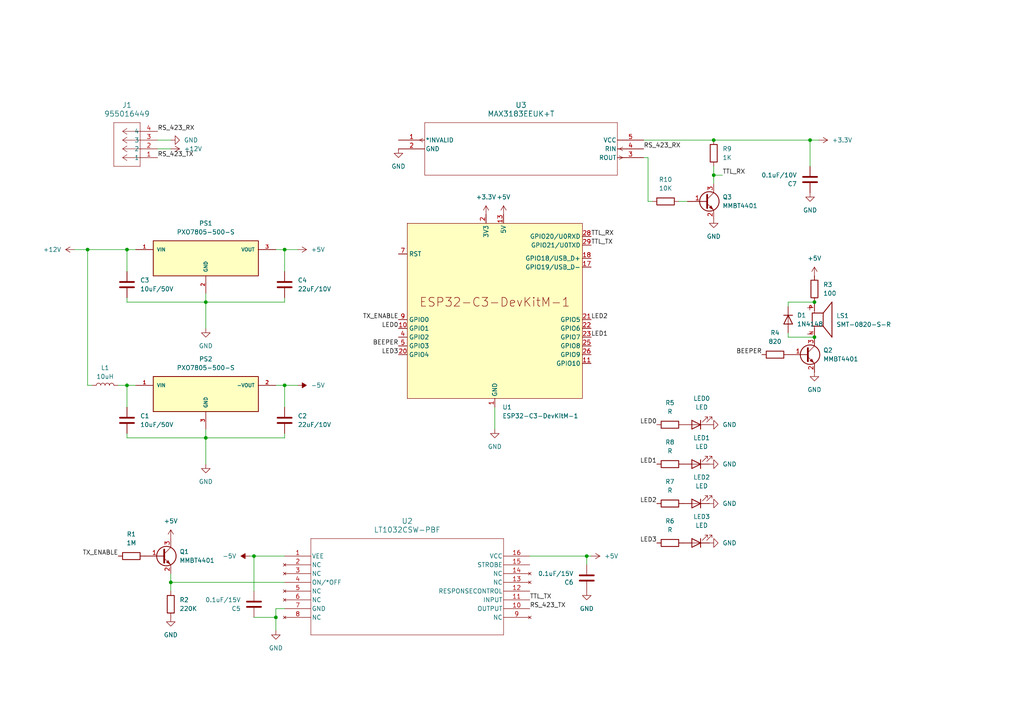
<source format=kicad_sch>
(kicad_sch (version 20231120) (generator "eeschema") (generator_version "8.0")
  (paper "A4")
  (lib_symbols
    (symbol "2024-03-18_02-57-04:LT1032CSW-PBF" (pin_names (offset 0.254))
      (property "Reference" "U2" (at 35.56 10.16 0))
      (property "Value" "LT1032CSW-PBF" (at 35.56 7.62 0))
      (symbol "LT1032CSW-PBF_0_1"
        (polyline (pts (xy 7.62 -22.86) (xy 63.5 -22.86)) (stroke (width 0.127)))
        (polyline (pts (xy 7.62 5.08) (xy 7.62 -22.86)) (stroke (width 0.127)))
        (polyline (pts (xy 63.5 -22.86) (xy 63.5 5.08)) (stroke (width 0.127)))
        (polyline (pts (xy 63.5 5.08) (xy 7.62 5.08)) (stroke (width 0.127)))
        (pin power_in line (at 0 0 0) (length 7.62) (name "VEE") (number "1"))
        (pin unspecified line (at 71.12 -10.16 180) (length 7.62) (name "RESPONSECONTROL") (number "12"))
        (pin no_connect line (at 71.12 -7.62 180) (length 7.62) (name "NC") (number "13"))
        (pin no_connect line (at 71.12 -5.08 180) (length 7.62) (name "NC") (number "14"))
        (pin unspecified line (at 71.12 -2.54 180) (length 7.62) (name "STROBE") (number "15"))
        (pin power_in line (at 71.12 0 180) (length 7.62) (name "VCC") (number "16"))
        (pin no_connect line (at 0 -2.54 0) (length 7.62) (name "NC") (number "2"))
        (pin no_connect line (at 0 -5.08 0) (length 7.62) (name "NC") (number "3"))
        (pin unspecified line (at 0 -7.62 0) (length 7.62) (name "ON/*OFF") (number "4"))
        (pin no_connect line (at 0 -10.16 0) (length 7.62) (name "NC") (number "5"))
        (pin no_connect line (at 0 -12.7 0) (length 7.62) (name "NC") (number "6"))
        (pin power_in line (at 0 -15.24 0) (length 7.62) (name "GND") (number "7"))
        (pin no_connect line (at 0 -17.78 0) (length 7.62) (name "NC") (number "8"))
        (pin no_connect line (at 71.12 -17.78 180) (length 7.62) (name "NC") (number "9"))
      )
      (symbol "LT1032CSW-PBF_1_1"
        (pin output line (at 71.12 -15.24 180) (length 7.62) (name "OUTPUT") (number "10"))
        (pin input line (at 71.12 -12.7 180) (length 7.62) (name "INPUT") (number "11"))
      )
    )
    (symbol "2024-03-18_03-04-18:MAX3181EEUK+T" (pin_names (offset 0.254))
      (property "Reference" "U" (at 35.56 10.16 0))
      (property "Value" "MAX3181EEUK+T" (at 35.56 7.62 0))
      (symbol "MAX3181EEUK+T_0_1"
        (polyline (pts (xy 7.0993 -0.5207) (xy 6.0579 0)) (stroke (width 0.127)))
        (polyline (pts (xy 7.0993 0.5207) (xy 6.0579 0)) (stroke (width 0.127)))
        (polyline (pts (xy 7.62 -10.16) (xy 63.5 -10.16)) (stroke (width 0.127)))
        (polyline (pts (xy 7.62 5.08) (xy 7.62 -10.16)) (stroke (width 0.127)))
        (polyline (pts (xy 63.5 -10.16) (xy 63.5 5.08)) (stroke (width 0.127)))
        (polyline (pts (xy 63.5 5.08) (xy 7.62 5.08)) (stroke (width 0.127)))
        (polyline (pts (xy 64.0207 -5.6007) (xy 65.0621 -5.08)) (stroke (width 0.127)))
        (polyline (pts (xy 64.0207 -4.5593) (xy 65.0621 -5.08)) (stroke (width 0.127)))
        (polyline (pts (xy 64.0207 -2.54) (xy 65.0621 -3.0607)) (stroke (width 0.127)))
        (polyline (pts (xy 64.0207 -2.54) (xy 65.0621 -2.0193)) (stroke (width 0.127)))
        (pin output line (at 0 0 0) (length 7.62) (name "*INVALID") (number "1"))
        (pin power_in line (at 0 -2.54 0) (length 7.62) (name "GND") (number "2"))
        (pin output line (at 71.12 -5.08 180) (length 7.62) (name "ROUT") (number "3"))
        (pin input line (at 71.12 -2.54 180) (length 7.62) (name "RIN") (number "4"))
        (pin power_in line (at 71.12 0 180) (length 7.62) (name "VCC") (number "5"))
      )
    )
    (symbol "2024-03-18_03-29-23:955016449" (pin_names (offset 0.254))
      (property "Reference" "J" (at 8.89 6.35 0))
      (property "Value" "955016449" (at 0 0 0))
      (symbol "955016449_1_1"
        (polyline (pts (xy 5.08 -10.16) (xy 12.7 -10.16)) (stroke (width 0.127)))
        (polyline (pts (xy 5.08 2.54) (xy 5.08 -10.16)) (stroke (width 0.127)))
        (polyline (pts (xy 10.16 -7.62) (xy 5.08 -7.62)) (stroke (width 0.127)))
        (polyline (pts (xy 10.16 -7.62) (xy 8.89 -8.4667)) (stroke (width 0.127)))
        (polyline (pts (xy 10.16 -7.62) (xy 8.89 -6.7733)) (stroke (width 0.127)))
        (polyline (pts (xy 10.16 -5.08) (xy 5.08 -5.08)) (stroke (width 0.127)))
        (polyline (pts (xy 10.16 -5.08) (xy 8.89 -5.9267)) (stroke (width 0.127)))
        (polyline (pts (xy 10.16 -5.08) (xy 8.89 -4.2333)) (stroke (width 0.127)))
        (polyline (pts (xy 10.16 -2.54) (xy 5.08 -2.54)) (stroke (width 0.127)))
        (polyline (pts (xy 10.16 -2.54) (xy 8.89 -3.3867)) (stroke (width 0.127)))
        (polyline (pts (xy 10.16 -2.54) (xy 8.89 -1.6933)) (stroke (width 0.127)))
        (polyline (pts (xy 10.16 0) (xy 5.08 0)) (stroke (width 0.127)))
        (polyline (pts (xy 10.16 0) (xy 8.89 -0.8467)) (stroke (width 0.127)))
        (polyline (pts (xy 10.16 0) (xy 8.89 0.8467)) (stroke (width 0.127)))
        (polyline (pts (xy 12.7 -10.16) (xy 12.7 2.54)) (stroke (width 0.127)))
        (polyline (pts (xy 12.7 2.54) (xy 5.08 2.54)) (stroke (width 0.127)))
        (pin unspecified line (at 0 0 0) (length 5.08) (name "1") (number "1"))
        (pin unspecified line (at 0 -2.54 0) (length 5.08) (name "2") (number "2"))
        (pin unspecified line (at 0 -5.08 0) (length 5.08) (name "3") (number "3"))
        (pin unspecified line (at 0 -7.62 0) (length 5.08) (name "4") (number "4"))
      )
      (symbol "955016449_1_2"
        (polyline (pts (xy 5.08 -10.16) (xy 12.7 -10.16)) (stroke (width 0.127)))
        (polyline (pts (xy 5.08 2.54) (xy 5.08 -10.16)) (stroke (width 0.127)))
        (polyline (pts (xy 7.62 -7.62) (xy 5.08 -7.62)) (stroke (width 0.127)))
        (polyline (pts (xy 7.62 -7.62) (xy 8.89 -8.4667)) (stroke (width 0.127)))
        (polyline (pts (xy 7.62 -7.62) (xy 8.89 -6.7733)) (stroke (width 0.127)))
        (polyline (pts (xy 7.62 -5.08) (xy 5.08 -5.08)) (stroke (width 0.127)))
        (polyline (pts (xy 7.62 -5.08) (xy 8.89 -5.9267)) (stroke (width 0.127)))
        (polyline (pts (xy 7.62 -5.08) (xy 8.89 -4.2333)) (stroke (width 0.127)))
        (polyline (pts (xy 7.62 -2.54) (xy 5.08 -2.54)) (stroke (width 0.127)))
        (polyline (pts (xy 7.62 -2.54) (xy 8.89 -3.3867)) (stroke (width 0.127)))
        (polyline (pts (xy 7.62 -2.54) (xy 8.89 -1.6933)) (stroke (width 0.127)))
        (polyline (pts (xy 7.62 0) (xy 5.08 0)) (stroke (width 0.127)))
        (polyline (pts (xy 7.62 0) (xy 8.89 -0.8467)) (stroke (width 0.127)))
        (polyline (pts (xy 7.62 0) (xy 8.89 0.8467)) (stroke (width 0.127)))
        (polyline (pts (xy 12.7 -10.16) (xy 12.7 2.54)) (stroke (width 0.127)))
        (polyline (pts (xy 12.7 2.54) (xy 5.08 2.54)) (stroke (width 0.127)))
        (pin unspecified line (at 0 0 0) (length 5.08) (name "1") (number "1"))
        (pin unspecified line (at 0 -2.54 0) (length 5.08) (name "2") (number "2"))
        (pin unspecified line (at 0 -5.08 0) (length 5.08) (name "3") (number "3"))
        (pin unspecified line (at 0 -7.62 0) (length 5.08) (name "4") (number "4"))
      )
    )
    (symbol "Device:C" (pin_numbers hide) (pin_names (offset 0.254))
      (property "Reference" "C" (at 0.635 2.54 0))
      (property "Value" "C" (at 0.635 -2.54 0))
      (symbol "C_0_1"
        (polyline (pts (xy -2.032 -0.762) (xy 2.032 -0.762)) (stroke (width 0.508)))
        (polyline (pts (xy -2.032 0.762) (xy 2.032 0.762)) (stroke (width 0.508)))
      )
      (symbol "C_1_1"
        (pin passive line (at 0 3.81 270) (length 2.794) (name "~") (number "1"))
        (pin passive line (at 0 -3.81 90) (length 2.794) (name "~") (number "2"))
      )
    )
    (symbol "Device:D" (pin_numbers hide) (pin_names (offset 1.016) hide)
      (property "Reference" "D" (at 0 2.54 0))
      (property "Value" "D" (at 0 -2.54 0))
      (symbol "D_0_1"
        (polyline (pts (xy -1.27 1.27) (xy -1.27 -1.27)) (stroke (width 0.254)))
        (polyline (pts (xy 1.27 0) (xy -1.27 0)))
        (polyline (pts (xy 1.27 1.27) (xy 1.27 -1.27) (xy -1.27 0) (xy 1.27 1.27)) (stroke (width 0.254)))
      )
      (symbol "D_1_1"
        (pin passive line (at -3.81 0 0) (length 2.54) (name "K") (number "1"))
        (pin passive line (at 3.81 0 180) (length 2.54) (name "A") (number "2"))
      )
    )
    (symbol "Device:L" (pin_numbers hide) (pin_names (offset 1.016) hide)
      (property "Reference" "L" (at -1.27 0 90))
      (property "Value" "L" (at 1.905 0 90))
      (symbol "L_0_1"
        (arc (start 0 -2.54) (mid 0.6323 -1.905) (end 0 -1.27))
        (arc (start 0 -1.27) (mid 0.6323 -0.635) (end 0 0))
        (arc (start 0 0) (mid 0.6323 0.635) (end 0 1.27))
        (arc (start 0 1.27) (mid 0.6323 1.905) (end 0 2.54))
      )
      (symbol "L_1_1"
        (pin passive line (at 0 3.81 270) (length 1.27) (name "1") (number "1"))
        (pin passive line (at 0 -3.81 90) (length 1.27) (name "2") (number "2"))
      )
    )
    (symbol "Device:LED" (pin_numbers hide) (pin_names (offset 1.016) hide)
      (property "Reference" "D" (at 0 2.54 0))
      (property "Value" "LED" (at 0 -2.54 0))
      (symbol "LED_0_1"
        (polyline (pts (xy -1.27 -1.27) (xy -1.27 1.27)) (stroke (width 0.254)))
        (polyline (pts (xy -1.27 0) (xy 1.27 0)))
        (polyline (pts (xy 1.27 -1.27) (xy 1.27 1.27) (xy -1.27 0) (xy 1.27 -1.27)) (stroke (width 0.254)))
        (polyline (pts (xy -3.048 -0.762) (xy -4.572 -2.286) (xy -3.81 -2.286) (xy -4.572 -2.286) (xy -4.572 -1.524)))
        (polyline (pts (xy -1.778 -0.762) (xy -3.302 -2.286) (xy -2.54 -2.286) (xy -3.302 -2.286) (xy -3.302 -1.524)))
      )
      (symbol "LED_1_1"
        (pin passive line (at -3.81 0 0) (length 2.54) (name "K") (number "1"))
        (pin passive line (at 3.81 0 180) (length 2.54) (name "A") (number "2"))
      )
    )
    (symbol "Device:Q_NPN_BEC" (pin_names (offset 0) hide)
      (property "Reference" "Q" (at 5.08 1.27 0))
      (property "Value" "Q_NPN_BEC" (at 5.08 -1.27 0))
      (symbol "Q_NPN_BEC_0_1"
        (polyline (pts (xy 0.635 0.635) (xy 2.54 2.54)))
        (polyline (pts (xy 0.635 -0.635) (xy 2.54 -2.54) (xy 2.54 -2.54)))
        (polyline (pts (xy 0.635 1.905) (xy 0.635 -1.905) (xy 0.635 -1.905)) (stroke (width 0.508)))
        (polyline (pts (xy 1.27 -1.778) (xy 1.778 -1.27) (xy 2.286 -2.286) (xy 1.27 -1.778) (xy 1.27 -1.778)) (fill (type outline)))
        (circle (center 1.27 0) (radius 2.8194) (stroke (width 0.254)))
      )
      (symbol "Q_NPN_BEC_1_1"
        (pin input line (at -5.08 0 0) (length 5.715) (name "B") (number "1"))
        (pin passive line (at 2.54 -5.08 90) (length 2.54) (name "E") (number "2"))
        (pin passive line (at 2.54 5.08 270) (length 2.54) (name "C") (number "3"))
      )
    )
    (symbol "Device:R" (pin_numbers hide) (pin_names (offset 0))
      (property "Reference" "R" (at 2.032 0 90))
      (property "Value" "R" (at 0 0 90))
      (symbol "R_0_1"
        (rectangle (start -1.016 -2.54) (end 1.016 2.54) (stroke (width 0.254)))
      )
      (symbol "R_1_1"
        (pin passive line (at 0 3.81 270) (length 1.27) (name "~") (number "1"))
        (pin passive line (at 0 -3.81 90) (length 1.27) (name "~") (number "2"))
      )
    )
    (symbol "PCM_Espressif:ESP32-C3-DevKitM-1"
      (property "Reference" "U" (at -25.4 30.48 0))
      (property "Value" "ESP32-C3-DevKitM-1" (at -25.4 27.94 0))
      (symbol "ESP32-C3-DevKitM-1_0_1"
        (rectangle (start -25.4 25.4) (end 25.4 -25.4) (fill (type background)))
      )
      (symbol "ESP32-C3-DevKitM-1_1_0"
        (text "ESP32-C3-DevKitM-1" (at 0 2.54 0) (effects (font (size 2.54 2.54))))
      )
      (symbol "ESP32-C3-DevKitM-1_1_1"
        (pin passive line (at 0 -27.94 90) (length 2.54) (name "GND") (number "1"))
        (pin bidirectional line (at -27.94 -5.08 0) (length 2.54) (name "GPIO1") (number "10"))
        (pin bidirectional line (at 27.94 -15.24 180) (length 2.54) (name "GPIO10") (number "11"))
        (pin passive line (at 0 -27.94 90) (length 2.54) hide (name "GND") (number "12"))
        (pin power_in line (at 2.54 27.94 270) (length 2.54) (name "5V") (number "13"))
        (pin power_in line (at 2.54 27.94 270) (length 2.54) hide (name "5V") (number "14"))
        (pin passive line (at 0 -27.94 90) (length 2.54) hide (name "GND") (number "15"))
        (pin passive line (at 0 -27.94 90) (length 2.54) hide (name "GND") (number "16"))
        (pin bidirectional line (at 27.94 12.7 180) (length 2.54) (name "GPIO19/USB_D-") (number "17"))
        (pin bidirectional line (at 27.94 15.24 180) (length 2.54) (name "GPIO18/USB_D+") (number "18"))
        (pin passive line (at 0 -27.94 90) (length 2.54) hide (name "GND") (number "19"))
        (pin power_in line (at -2.54 27.94 270) (length 2.54) (name "3V3") (number "2"))
        (pin bidirectional line (at -27.94 -12.7 0) (length 2.54) (name "GPIO4") (number "20"))
        (pin bidirectional line (at 27.94 -2.54 180) (length 2.54) (name "GPIO5") (number "21"))
        (pin bidirectional line (at 27.94 -5.08 180) (length 2.54) (name "GPIO6") (number "22"))
        (pin bidirectional line (at 27.94 -7.62 180) (length 2.54) (name "GPIO7") (number "23"))
        (pin passive line (at 0 -27.94 90) (length 2.54) hide (name "GND") (number "24"))
        (pin bidirectional line (at 27.94 -10.16 180) (length 2.54) (name "GPIO8") (number "25"))
        (pin bidirectional line (at 27.94 -12.7 180) (length 2.54) (name "GPIO9") (number "26"))
        (pin passive line (at 0 -27.94 90) (length 2.54) hide (name "GND") (number "27"))
        (pin bidirectional line (at 27.94 21.59 180) (length 2.54) (name "GPIO20/U0RXD") (number "28"))
        (pin bidirectional line (at 27.94 19.05 180) (length 2.54) (name "GPIO21/U0TXD") (number "29"))
        (pin power_in line (at -2.54 27.94 270) (length 2.54) hide (name "3V3") (number "3"))
        (pin passive line (at 0 -27.94 90) (length 2.54) hide (name "GND") (number "30"))
        (pin bidirectional line (at -27.94 -7.62 0) (length 2.54) (name "GPIO2") (number "4"))
        (pin bidirectional line (at -27.94 -10.16 0) (length 2.54) (name "GPIO3") (number "5"))
        (pin passive line (at 0 -27.94 90) (length 2.54) hide (name "GND") (number "6"))
        (pin output line (at -27.94 16.51 0) (length 2.54) (name "RST") (number "7"))
        (pin passive line (at 0 -27.94 90) (length 2.54) hide (name "GND") (number "8"))
        (pin bidirectional line (at -27.94 -2.54 0) (length 2.54) (name "GPIO0") (number "9"))
      )
    )
    (symbol "PXO7805-500-S:PXO7805-500-S_negative" (pin_names (offset 1.016))
      (property "Reference" "PS" (at -15.24 5.842 0))
      (property "Value" "PXO7805-500-S" (at -15.24 -7.62 0))
      (symbol "PXO7805-500-S_negative_0_0"
        (rectangle (start -15.24 -5.08) (end 15.24 5.08) (stroke (width 0.254)) (fill (type background)))
        (pin input line (at -20.32 2.54 0) (length 5.08) (name "VIN") (number "1"))
      )
      (symbol "PXO7805-500-S_negative_1_0"
        (pin power_in line (at 20.32 2.54 180) (length 5.08) (name "-VOUT") (number "2"))
        (pin power_in line (at 0 -10.16 90) (length 5.08) (name "GND") (number "3"))
      )
    )
    (symbol "PXO7805-500-S:PXO7805-500-S_positive" (pin_names (offset 1.016))
      (property "Reference" "PS" (at -15.24 5.842 0))
      (property "Value" "PXO7805-500-S" (at -15.24 -7.62 0))
      (symbol "PXO7805-500-S_positive_0_0"
        (rectangle (start -15.24 -5.08) (end 15.24 5.08) (stroke (width 0.254)) (fill (type background)))
        (pin input line (at -20.32 2.54 0) (length 5.08) (name "VIN") (number "1"))
      )
      (symbol "PXO7805-500-S_positive_1_0"
        (pin power_in line (at 0 -10.16 90) (length 5.08) (name "GND") (number "2"))
        (pin power_in line (at 20.32 2.54 180) (length 5.08) (name "VOUT") (number "3"))
      )
    )
    (symbol "SMT-0820-S-R:SMT-0820-S-R" (pin_names (offset 1.016))
      (property "Reference" "LS" (at -1.27 6.35 0))
      (property "Value" "SMT-0820-S-R" (at -1.27 -8.255 0))
      (symbol "SMT-0820-S-R_0_0"
        (polyline (pts (xy -3.175 -1.905) (xy -2.54 -1.905)) (stroke (width 0.254)))
        (polyline (pts (xy -3.175 1.905) (xy -3.175 -1.905)) (stroke (width 0.254)))
        (polyline (pts (xy -3.175 1.905) (xy -2.54 1.905)) (stroke (width 0.254)))
        (polyline (pts (xy -2.54 -2.54) (xy -2.54 -1.905)) (stroke (width 0.1524)))
        (polyline (pts (xy -2.54 -1.905) (xy 0 -1.905)) (stroke (width 0.254)))
        (polyline (pts (xy -2.54 1.905) (xy 0 1.905)) (stroke (width 0.254)))
        (polyline (pts (xy -2.54 2.54) (xy -2.54 1.905)) (stroke (width 0.1524)))
        (polyline (pts (xy 0 -1.905) (xy 0 1.905)) (stroke (width 0.254)))
        (polyline (pts (xy 0 -1.905) (xy 2.54 -5.08)) (stroke (width 0.254)))
        (polyline (pts (xy 0 1.905) (xy 2.54 5.08)) (stroke (width 0.254)))
        (polyline (pts (xy 2.54 -5.08) (xy 2.54 5.08)) (stroke (width 0.254)))
        (text "+" (at -5.08 2.54 0) (effects (font (size 1.778 1.778)) (justify left bottom)))
        (text "-" (at -5.08 -5.08 0) (effects (font (size 1.778 1.778)) (justify left bottom)))
        (pin passive line (at -2.54 -5.08 90) (length 2.54) (name "~") (number "N"))
        (pin passive line (at -2.54 5.08 270) (length 2.54) (name "~") (number "P"))
      )
    )
    (symbol "power:+12V" (power) (pin_names (offset 0))
      (property "Value" "+12V" (at 0 3.556 0))
      (symbol "+12V_0_1"
        (polyline (pts (xy -0.762 1.27) (xy 0 2.54)))
        (polyline (pts (xy 0 0) (xy 0 2.54)))
        (polyline (pts (xy 0 2.54) (xy 0.762 1.27)))
      )
      (symbol "+12V_1_1"
        (pin power_in line (at 0 0 90) (length 0) hide (name "+12V") (number "1"))
      )
    )
    (symbol "power:+3.3V" (power) (pin_names (offset 0))
      (property "Value" "+3.3V" (at 0 3.556 0))
      (symbol "+3.3V_0_1"
        (polyline (pts (xy -0.762 1.27) (xy 0 2.54)))
        (polyline (pts (xy 0 0) (xy 0 2.54)))
        (polyline (pts (xy 0 2.54) (xy 0.762 1.27)))
      )
      (symbol "+3.3V_1_1"
        (pin power_in line (at 0 0 90) (length 0) hide (name "+3.3V") (number "1"))
      )
    )
    (symbol "power:+5V" (power) (pin_names (offset 0))
      (property "Value" "+5V" (at 0 3.556 0))
      (symbol "+5V_0_1"
        (polyline (pts (xy -0.762 1.27) (xy 0 2.54)))
        (polyline (pts (xy 0 0) (xy 0 2.54)))
        (polyline (pts (xy 0 2.54) (xy 0.762 1.27)))
      )
      (symbol "+5V_1_1"
        (pin power_in line (at 0 0 90) (length 0) hide (name "+5V") (number "1"))
      )
    )
    (symbol "power:-5V" (power) (pin_names (offset 0))
      (property "Value" "-5V" (at 0 3.81 0))
      (symbol "-5V_0_0"
        (pin power_in line (at 0 0 90) (length 0) hide (name "-5V") (number "1"))
      )
      (symbol "-5V_0_1"
        (polyline (pts (xy 0 0) (xy 0 1.27) (xy 0.762 1.27) (xy 0 2.54) (xy -0.762 1.27) (xy 0 1.27)) (fill (type outline)))
      )
    )
    (symbol "power:GND" (power) (pin_names (offset 0))
      (property "Value" "GND" (at 0 -3.81 0))
      (symbol "GND_0_1"
        (polyline (pts (xy 0 0) (xy 0 -1.27) (xy 1.27 -1.27) (xy 0 -2.54) (xy -1.27 -1.27) (xy 0 -1.27)))
      )
      (symbol "GND_1_1"
        (pin power_in line (at 0 0 270) (length 0) hide (name "GND") (number "1"))
      )
    )
  )
  (junction (at 73.66 161.29))
  (junction (at 36.83 111.76))
  (junction (at 25.4 72.39))
  (junction (at 236.22 87.63))
  (junction (at 36.83 72.39))
  (junction (at 49.53 168.91))
  (junction (at 207.01 50.8))
  (junction (at 82.55 111.76))
  (junction (at 207.01 40.64))
  (junction (at 234.95 40.64))
  (junction (at 236.22 97.79))
  (junction (at 80.01 179.07))
  (junction (at 59.69 127))
  (junction (at 82.55 72.39))
  (junction (at 59.69 87.63))
  (junction (at 170.18 161.29))
  (wire (pts (xy 25.4 72.39) (xy 25.4 111.76)))
  (wire (pts (xy 228.6 87.63) (xy 228.6 88.9)))
  (wire (pts (xy 49.53 168.91) (xy 49.53 171.45)))
  (wire (pts (xy 82.55 72.39) (xy 82.55 78.74)))
  (wire (pts (xy 82.55 111.76) (xy 82.55 118.11)))
  (wire (pts (xy 236.22 97.79) (xy 228.6 97.79)))
  (wire (pts (xy 187.96 45.72) (xy 186.69 45.72)))
  (wire (pts (xy 207.01 48.26) (xy 207.01 50.8)))
  (wire (pts (xy 45.72 43.18) (xy 49.53 43.18)))
  (wire (pts (xy 187.96 58.42) (xy 187.96 45.72)))
  (wire (pts (xy 196.85 58.42) (xy 199.39 58.42)))
  (wire (pts (xy 59.69 127) (xy 59.69 124.46)))
  (wire (pts (xy 170.18 161.29) (xy 170.18 163.83)))
  (wire (pts (xy 234.95 40.64) (xy 237.49 40.64)))
  (wire (pts (xy 236.22 87.63) (xy 228.6 87.63)))
  (wire (pts (xy 36.83 111.76) (xy 36.83 118.11)))
  (wire (pts (xy 82.55 87.63) (xy 59.69 87.63)))
  (wire (pts (xy 82.55 72.39) (xy 86.36 72.39)))
  (wire (pts (xy 80.01 111.76) (xy 82.55 111.76)))
  (wire (pts (xy 36.83 72.39) (xy 36.83 78.74)))
  (wire (pts (xy 73.66 179.07) (xy 80.01 179.07)))
  (wire (pts (xy 80.01 182.88) (xy 80.01 179.07)))
  (wire (pts (xy 21.59 72.39) (xy 25.4 72.39)))
  (wire (pts (xy 228.6 97.79) (xy 228.6 96.52)))
  (wire (pts (xy 36.83 72.39) (xy 39.37 72.39)))
  (wire (pts (xy 36.83 127) (xy 59.69 127)))
  (wire (pts (xy 36.83 86.36) (xy 36.83 87.63)))
  (wire (pts (xy 59.69 87.63) (xy 59.69 95.25)))
  (wire (pts (xy 143.51 118.11) (xy 143.51 124.46)))
  (wire (pts (xy 36.83 111.76) (xy 39.37 111.76)))
  (wire (pts (xy 45.72 40.64) (xy 49.53 40.64)))
  (wire (pts (xy 80.01 176.53) (xy 82.55 176.53)))
  (wire (pts (xy 25.4 72.39) (xy 36.83 72.39)))
  (wire (pts (xy 170.18 161.29) (xy 171.45 161.29)))
  (wire (pts (xy 73.66 161.29) (xy 82.55 161.29)))
  (wire (pts (xy 189.23 58.42) (xy 187.96 58.42)))
  (wire (pts (xy 80.01 179.07) (xy 80.01 176.53)))
  (wire (pts (xy 59.69 85.09) (xy 59.69 87.63)))
  (wire (pts (xy 234.95 40.64) (xy 234.95 48.26)))
  (wire (pts (xy 207.01 40.64) (xy 234.95 40.64)))
  (wire (pts (xy 49.53 168.91) (xy 82.55 168.91)))
  (wire (pts (xy 186.69 40.64) (xy 207.01 40.64)))
  (wire (pts (xy 36.83 87.63) (xy 59.69 87.63)))
  (wire (pts (xy 82.55 86.36) (xy 82.55 87.63)))
  (wire (pts (xy 207.01 50.8) (xy 209.55 50.8)))
  (wire (pts (xy 153.67 161.29) (xy 170.18 161.29)))
  (wire (pts (xy 82.55 127) (xy 59.69 127)))
  (wire (pts (xy 59.69 127) (xy 59.69 134.62)))
  (wire (pts (xy 34.29 111.76) (xy 36.83 111.76)))
  (wire (pts (xy 36.83 125.73) (xy 36.83 127)))
  (wire (pts (xy 80.01 72.39) (xy 82.55 72.39)))
  (wire (pts (xy 73.66 161.29) (xy 73.66 171.45)))
  (wire (pts (xy 49.53 166.37) (xy 49.53 168.91)))
  (wire (pts (xy 207.01 50.8) (xy 207.01 53.34)))
  (wire (pts (xy 26.67 111.76) (xy 25.4 111.76)))
  (wire (pts (xy 72.39 161.29) (xy 73.66 161.29)))
  (wire (pts (xy 82.55 125.73) (xy 82.55 127)))
  (wire (pts (xy 82.55 111.76) (xy 86.36 111.76)))
  (label "LED3" (at 190.5 157.48 180))
  (label "BEEPER" (at 220.98 102.87 180))
  (label "TTL_TX" (at 171.45 71.12 0))
  (label "RS_423_TX" (at 153.67 176.53 0))
  (label "LED2" (at 171.45 92.71 0))
  (label "TTL_RX" (at 171.45 68.58 0))
  (label "LED2" (at 190.5 146.05 180))
  (label "LED3" (at 115.57 102.87 180))
  (label "LED1" (at 171.45 97.79 0))
  (label "RS_423_RX" (at 186.69 43.18 0))
  (label "TTL_RX" (at 209.55 50.8 0))
  (label "BEEPER" (at 115.57 100.33 180))
  (label "LED1" (at 190.5 134.62 180))
  (label "LED0" (at 115.57 95.25 180))
  (label "TX_ENABLE" (at 34.29 161.29 180))
  (label "LED0" (at 190.5 123.19 180))
  (label "RS_423_RX" (at 45.72 38.1 0))
  (label "RS_423_TX" (at 45.72 45.72 0))
  (label "TX_ENABLE" (at 115.57 92.71 180))
  (label "TTL_TX" (at 153.67 173.99 0))
  (symbol (lib_id "power:GND") (at 143.51 124.46 0) (unit 1)
    (property "Reference" "#PWR025" (effects (hide yes)))
    (property "Value" "GND" (at 143.51 129.54 0))
  )
  (symbol (lib_id "power:+5V") (at 49.53 156.21 0) (unit 1)
    (property "Reference" "#PWR09" (effects (hide yes)))
    (property "Value" "+5V" (at 49.53 151.13 0))
  )
  (symbol (lib_id "Device:C") (at 73.66 175.26 180) (unit 1)
    (property "Reference" "C5" (at 69.85 176.53 0) (effects (justify left)))
    (property "Value" "0.1uF/15V" (at 69.85 173.99 0) (effects (justify left)))
    (property "Footprint" "Capacitor_SMD:C_0603_1608Metric" (effects (hide yes)))
  )
  (symbol (lib_id "PCM_Espressif:ESP32-C3-DevKitM-1") (at 143.51 90.17 0) (unit 1)
    (property "Reference" "U1" (at 145.7041 118.11 0) (effects (justify left)))
    (property "Value" "ESP32-C3-DevKitM-1" (at 145.7041 120.65 0) (effects (justify left)))
    (property "Footprint" "ESP32-C3-DevKitM-1_minimal:ESP32-C3-DevKitM-1_minimal" (effects (hide yes)))
    (property "Datasheet" "https://www.espressif.com/sites/default/files/documentation/esp32-c3-mini-1_datasheet_en.pdf" (effects (hide yes)))
  )
  (symbol (lib_id "Device:LED") (at 201.93 134.62 180) (unit 1)
    (property "Reference" "LED1" (at 203.5175 127 0))
    (property "Value" "LED" (at 203.5175 129.54 0))
    (property "Footprint" "LED_SMD:LED_1206_3216Metric_Pad1.42x1.75mm_HandSolder" (effects (hide yes)))
  )
  (symbol (lib_id "2024-03-18_03-29-23:955016449") (at 45.72 45.72 180) (unit 1)
    (property "Reference" "J1" (at 36.83 30.48 0) (effects (font (size 1.524 1.524))))
    (property "Value" "955016449" (at 36.83 33.02 0) (effects (font (size 1.524 1.524))))
    (property "Footprint" "955016449:CONN_95501-6449_MOL" (effects (hide yes)))
    (property "Datasheet" "955016449" (effects (hide yes)))
  )
  (symbol (lib_id "power:GND") (at 236.22 107.95 0) (unit 1)
    (property "Reference" "#PWR019" (effects (hide yes)))
    (property "Value" "GND" (at 236.22 113.03 0))
  )
  (symbol (lib_id "Device:R") (at 194.31 157.48 90) (unit 1)
    (property "Reference" "R6" (at 194.31 151.13 90))
    (property "Value" "R" (at 194.31 153.67 90))
    (property "Footprint" "Resistor_SMD:R_0603_1608Metric_Pad0.98x0.95mm_HandSolder" (effects (hide yes)))
  )
  (symbol (lib_id "power:+12V") (at 21.59 72.39 90) (unit 1)
    (property "Reference" "#PWR01" (effects (hide yes)))
    (property "Value" "+12V" (at 17.78 72.39 90) (effects (justify left)))
  )
  (symbol (lib_id "Device:C") (at 170.18 167.64 180) (unit 1)
    (property "Reference" "C6" (at 166.37 168.91 0) (effects (justify left)))
    (property "Value" "0.1uF/15V" (at 166.37 166.37 0) (effects (justify left)))
    (property "Footprint" "Capacitor_SMD:C_0603_1608Metric" (effects (hide yes)))
  )
  (symbol (lib_id "power:GND") (at 49.53 179.07 0) (unit 1)
    (property "Reference" "#PWR08" (effects (hide yes)))
    (property "Value" "GND" (at 49.53 184.15 0))
  )
  (symbol (lib_id "PXO7805-500-S:PXO7805-500-S_negative") (at 59.69 114.3 0) (unit 1)
    (property "Reference" "PS2" (at 59.69 104.14 0))
    (property "Value" "PXO7805-500-S" (at 59.69 106.68 0))
    (property "Footprint" "PXO7805_500_S:CONV_PXO7805-500-S" (effects (hide yes)))
    (property "PARTREV" "08/22/2022" (effects (hide yes)))
    (property "MANUFACTURER" "CUI" (effects (hide yes)))
    (property "STANDARD" "Manufacturer Recommendations" (effects (hide yes)))
    (property "MAXIMUM_PACKAGE_HEIGHT" "8.61mm" (effects (hide yes)))
    (property "SNAPEDA_PN" "PXO7803-500-S" (effects (hide yes)))
  )
  (symbol (lib_id "Device:Q_NPN_BEC") (at 204.47 58.42 0) (unit 1)
    (property "Reference" "Q3" (at 209.55 57.15 0) (effects (justify left)))
    (property "Value" "MMBT4401" (at 209.55 59.69 0) (effects (justify left)))
    (property "Footprint" "Package_TO_SOT_SMD:SOT-23" (effects (hide yes)))
  )
  (symbol (lib_id "Device:C") (at 36.83 82.55 0) (unit 1)
    (property "Reference" "C3" (at 40.64 81.28 0) (effects (justify left)))
    (property "Value" "10uF/50V" (at 40.64 83.82 0) (effects (justify left)))
    (property "Footprint" "Capacitor_SMD:C_1206_3216Metric_Pad1.33x1.80mm_HandSolder" (effects (hide yes)))
  )
  (symbol (lib_id "power:GND") (at 205.74 123.19 90) (unit 1)
    (property "Reference" "#PWR020" (effects (hide yes)))
    (property "Value" "GND" (at 209.55 123.19 90) (effects (justify right)))
  )
  (symbol (lib_id "power:+5V") (at 236.22 80.01 0) (unit 1)
    (property "Reference" "#PWR018" (effects (hide yes)))
    (property "Value" "+5V" (at 236.22 74.93 0))
  )
  (symbol (lib_id "power:GND") (at 59.69 134.62 0) (unit 1)
    (property "Reference" "#PWR02" (effects (hide yes)))
    (property "Value" "GND" (at 59.69 139.7 0))
  )
  (symbol (lib_id "Device:LED") (at 201.93 123.19 180) (unit 1)
    (property "Reference" "LED0" (at 203.5175 115.57 0))
    (property "Value" "LED" (at 203.5175 118.11 0))
    (property "Footprint" "LED_SMD:LED_1206_3216Metric_Pad1.42x1.75mm_HandSolder" (effects (hide yes)))
  )
  (symbol (lib_id "2024-03-18_02-57-04:LT1032CSW-PBF") (at 82.55 161.29 0) (unit 1)
    (property "Reference" "U2" (at 118.11 151.13 0) (effects (font (size 1.524 1.524))))
    (property "Value" "LT1032CSW-PBF" (at 118.11 153.67 0) (effects (font (size 1.524 1.524))))
    (property "Footprint" "Package_SO:SOIC-16W_7.5x10.3mm_P1.27mm" (effects (hide yes)))
    (property "Datasheet" "LT1032CSW-PBF" (effects (hide yes)))
  )
  (symbol (lib_id "Device:C") (at 234.95 52.07 180) (unit 1)
    (property "Reference" "C7" (at 231.14 53.34 0) (effects (justify left)))
    (property "Value" "0.1uF/10V" (at 231.14 50.8 0) (effects (justify left)))
    (property "Footprint" "Capacitor_SMD:C_0603_1608Metric" (effects (hide yes)))
  )
  (symbol (lib_id "Device:R") (at 207.01 44.45 180) (unit 1)
    (property "Reference" "R9" (at 209.55 43.18 0) (effects (justify right)))
    (property "Value" "1K" (at 209.55 45.72 0) (effects (justify right)))
    (property "Footprint" "Resistor_SMD:R_0603_1608Metric_Pad0.98x0.95mm_HandSolder" (effects (hide yes)))
  )
  (symbol (lib_id "power:GND") (at 49.53 40.64 90) (unit 1)
    (property "Reference" "#PWR06" (effects (hide yes)))
    (property "Value" "GND" (at 53.34 40.64 90) (effects (justify right)))
  )
  (symbol (lib_id "Device:R") (at 236.22 83.82 0) (unit 1)
    (property "Reference" "R3" (at 238.76 82.55 0) (effects (justify left)))
    (property "Value" "100" (at 238.76 85.09 0) (effects (justify left)))
    (property "Footprint" "Resistor_SMD:R_0603_1608Metric_Pad0.98x0.95mm_HandSolder" (effects (hide yes)))
  )
  (symbol (lib_id "power:GND") (at 205.74 157.48 90) (unit 1)
    (property "Reference" "#PWR021" (effects (hide yes)))
    (property "Value" "GND" (at 209.55 157.48 90) (effects (justify right)))
  )
  (symbol (lib_id "Device:C") (at 36.83 121.92 0) (unit 1)
    (property "Reference" "C1" (at 40.64 120.65 0) (effects (justify left)))
    (property "Value" "10uF/50V" (at 40.64 123.19 0) (effects (justify left)))
    (property "Footprint" "Capacitor_SMD:C_1206_3216Metric_Pad1.33x1.80mm_HandSolder" (effects (hide yes)))
  )
  (symbol (lib_id "power:+12V") (at 49.53 43.18 270) (unit 1)
    (property "Reference" "#PWR05" (effects (hide yes)))
    (property "Value" "+12V" (at 53.34 43.18 90) (effects (justify left)))
  )
  (symbol (lib_id "power:GND") (at 115.57 43.18 0) (unit 1)
    (property "Reference" "#PWR017" (effects (hide yes)))
    (property "Value" "GND" (at 115.57 48.26 0))
  )
  (symbol (lib_id "Device:R") (at 193.04 58.42 90) (unit 1)
    (property "Reference" "R10" (at 193.04 52.07 90))
    (property "Value" "10K" (at 193.04 54.61 90))
    (property "Footprint" "Resistor_SMD:R_0603_1608Metric_Pad0.98x0.95mm_HandSolder" (effects (hide yes)))
  )
  (symbol (lib_id "Device:C") (at 82.55 121.92 0) (unit 1)
    (property "Reference" "C2" (at 86.36 120.65 0) (effects (justify left)))
    (property "Value" "22uF/10V" (at 86.36 123.19 0) (effects (justify left)))
    (property "Footprint" "Capacitor_SMD:C_0805_2012Metric_Pad1.18x1.45mm_HandSolder" (effects (hide yes)))
  )
  (symbol (lib_id "power:GND") (at 170.18 171.45 0) (unit 1)
    (property "Reference" "#PWR013" (effects (hide yes)))
    (property "Value" "GND" (at 170.18 176.53 0))
  )
  (symbol (lib_id "power:GND") (at 205.74 146.05 90) (unit 1)
    (property "Reference" "#PWR022" (effects (hide yes)))
    (property "Value" "GND" (at 209.55 146.05 90) (effects (justify right)))
  )
  (symbol (lib_id "power:+5V") (at 171.45 161.29 270) (unit 1)
    (property "Reference" "#PWR010" (effects (hide yes)))
    (property "Value" "+5V" (at 175.26 161.29 90) (effects (justify left)))
  )
  (symbol (lib_id "power:+5V") (at 146.05 62.23 0) (unit 1)
    (property "Reference" "#PWR07" (effects (hide yes)))
    (property "Value" "+5V" (at 146.05 57.15 0))
  )
  (symbol (lib_id "power:GND") (at 59.69 95.25 0) (unit 1)
    (property "Reference" "#PWR024" (effects (hide yes)))
    (property "Value" "GND" (at 59.69 100.33 0))
  )
  (symbol (lib_id "Device:R") (at 194.31 134.62 90) (unit 1)
    (property "Reference" "R8" (at 194.31 128.27 90))
    (property "Value" "R" (at 194.31 130.81 90))
    (property "Footprint" "Resistor_SMD:R_0603_1608Metric_Pad0.98x0.95mm_HandSolder" (effects (hide yes)))
  )
  (symbol (lib_id "Device:R") (at 49.53 175.26 0) (unit 1)
    (property "Reference" "R2" (at 52.07 173.99 0) (effects (justify left)))
    (property "Value" "220K" (at 52.07 176.53 0) (effects (justify left)))
    (property "Footprint" "Resistor_SMD:R_0603_1608Metric_Pad0.98x0.95mm_HandSolder" (effects (hide yes)))
  )
  (symbol (lib_id "Device:Q_NPN_BEC") (at 233.68 102.87 0) (unit 1)
    (property "Reference" "Q2" (at 238.76 101.6 0) (effects (justify left)))
    (property "Value" "MMBT4401" (at 238.76 104.14 0) (effects (justify left)))
    (property "Footprint" "Package_TO_SOT_SMD:SOT-23" (effects (hide yes)))
  )
  (symbol (lib_id "PXO7805-500-S:PXO7805-500-S_positive") (at 59.69 74.93 0) (unit 1)
    (property "Reference" "PS1" (at 59.69 64.77 0))
    (property "Value" "PXO7805-500-S" (at 59.69 67.31 0))
    (property "Footprint" "PXO7805_500_S:CONV_PXO7805-500-S" (effects (hide yes)))
    (property "PARTREV" "08/22/2022" (effects (hide yes)))
    (property "MANUFACTURER" "CUI" (effects (hide yes)))
    (property "STANDARD" "Manufacturer Recommendations" (effects (hide yes)))
    (property "MAXIMUM_PACKAGE_HEIGHT" "8.61mm" (effects (hide yes)))
    (property "SNAPEDA_PN" "PXO7803-500-S" (effects (hide yes)))
  )
  (symbol (lib_id "SMT-0820-S-R:SMT-0820-S-R") (at 238.76 92.71 0) (unit 1)
    (property "Reference" "LS1" (at 242.57 91.5843 0) (effects (justify left)))
    (property "Value" "SMT-0820-S-R" (at 242.57 94.1243 0) (effects (justify left)))
    (property "Footprint" "SMT_0820_S_R:XDCR_SMT-0820-S-R" (effects (hide yes)))
    (property "PARTREV" "B" (effects (hide yes)))
    (property "STANDARD" "Manufacturer Recommendations" (effects (hide yes)))
    (property "MAXIMUM_PACKAGE_HEIGHT" "4mm" (effects (hide yes)))
    (property "MANUFACTURER" "PUI Audio" (effects (hide yes)))
  )
  (symbol (lib_id "Device:L") (at 30.48 111.76 90) (unit 1)
    (property "Reference" "L1" (at 30.48 106.68 90))
    (property "Value" "10uH" (at 30.48 109.22 90))
    (property "Footprint" "Inductor_SMD:L_0603_1608Metric_Pad1.05x0.95mm_HandSolder" (effects (hide yes)))
  )
  (symbol (lib_id "Device:R") (at 194.31 123.19 90) (unit 1)
    (property "Reference" "R5" (at 194.31 116.84 90))
    (property "Value" "R" (at 194.31 119.38 90))
    (property "Footprint" "Resistor_SMD:R_0603_1608Metric_Pad0.98x0.95mm_HandSolder" (effects (hide yes)))
  )
  (symbol (lib_id "Device:Q_NPN_BEC") (at 46.99 161.29 0) (unit 1)
    (property "Reference" "Q1" (at 52.07 160.02 0) (effects (justify left)))
    (property "Value" "MMBT4401" (at 52.07 162.56 0) (effects (justify left)))
    (property "Footprint" "Package_TO_SOT_SMD:SOT-23" (effects (hide yes)))
  )
  (symbol (lib_id "Device:D") (at 228.6 92.71 270) (unit 1)
    (property "Reference" "D1" (at 231.14 91.44 90) (effects (justify left)))
    (property "Value" "1N4148" (at 231.14 93.98 90) (effects (justify left)))
    (property "Footprint" "Diode_SMD:D_SOD-123" (effects (hide yes)))
    (property "Sim.Device" "D" (effects (hide yes)))
    (property "Sim.Pins" "1=K 2=A" (effects (hide yes)))
  )
  (symbol (lib_id "Device:R") (at 194.31 146.05 90) (unit 1)
    (property "Reference" "R7" (at 194.31 139.7 90))
    (property "Value" "R" (at 194.31 142.24 90))
    (property "Footprint" "Resistor_SMD:R_0603_1608Metric_Pad0.98x0.95mm_HandSolder" (effects (hide yes)))
  )
  (symbol (lib_id "power:-5V") (at 86.36 111.76 270) (unit 1)
    (property "Reference" "#PWR04" (effects (hide yes)))
    (property "Value" "-5V" (at 90.17 111.76 90) (effects (justify left)))
  )
  (symbol (lib_id "Device:LED") (at 201.93 146.05 180) (unit 1)
    (property "Reference" "LED2" (at 203.5175 138.43 0))
    (property "Value" "LED" (at 203.5175 140.97 0))
    (property "Footprint" "LED_SMD:LED_1206_3216Metric_Pad1.42x1.75mm_HandSolder" (effects (hide yes)))
  )
  (symbol (lib_id "power:+5V") (at 86.36 72.39 270) (unit 1)
    (property "Reference" "#PWR03" (effects (hide yes)))
    (property "Value" "+5V" (at 90.17 72.39 90) (effects (justify left)))
  )
  (symbol (lib_id "Device:R") (at 38.1 161.29 90) (unit 1)
    (property "Reference" "R1" (at 38.1 154.94 90))
    (property "Value" "1M" (at 38.1 157.48 90))
    (property "Footprint" "Resistor_SMD:R_0603_1608Metric_Pad0.98x0.95mm_HandSolder" (effects (hide yes)))
  )
  (symbol (lib_id "Device:C") (at 82.55 82.55 0) (unit 1)
    (property "Reference" "C4" (at 86.36 81.28 0) (effects (justify left)))
    (property "Value" "22uF/10V" (at 86.36 83.82 0) (effects (justify left)))
    (property "Footprint" "Capacitor_SMD:C_0805_2012Metric_Pad1.18x1.45mm_HandSolder" (effects (hide yes)))
  )
  (symbol (lib_id "power:GND") (at 205.74 134.62 90) (unit 1)
    (property "Reference" "#PWR023" (effects (hide yes)))
    (property "Value" "GND" (at 209.55 134.62 90) (effects (justify right)))
  )
  (symbol (lib_id "power:+3.3V") (at 237.49 40.64 270) (unit 1)
    (property "Reference" "#PWR015" (effects (hide yes)))
    (property "Value" "+3.3V" (at 241.3 40.64 90) (effects (justify left)))
  )
  (symbol (lib_id "2024-03-18_03-04-18:MAX3181EEUK+T") (at 115.57 40.64 0) (unit 1)
    (property "Reference" "U3" (at 151.13 30.48 0) (effects (font (size 1.524 1.524))))
    (property "Value" "MAX3183EEUK+T" (at 151.13 33.02 0) (effects (font (size 1.524 1.524))))
    (property "Footprint" "Package_TO_SOT_SMD:SOT-23-5" (effects (hide yes)))
    (property "Datasheet" "MAX3183EEUK+T" (effects (hide yes)))
  )
  (symbol (lib_id "Device:LED") (at 201.93 157.48 180) (unit 1)
    (property "Reference" "LED3" (at 203.5175 149.86 0))
    (property "Value" "LED" (at 203.5175 152.4 0))
    (property "Footprint" "LED_SMD:LED_1206_3216Metric_Pad1.42x1.75mm_HandSolder" (effects (hide yes)))
  )
  (symbol (lib_id "power:GND") (at 207.01 63.5 0) (unit 1)
    (property "Reference" "#PWR026" (effects (hide yes)))
    (property "Value" "GND" (at 207.01 68.58 0))
  )
  (symbol (lib_id "power:GND") (at 80.01 182.88 0) (unit 1)
    (property "Reference" "#PWR012" (effects (hide yes)))
    (property "Value" "GND" (at 80.01 187.96 0))
  )
  (symbol (lib_id "Device:R") (at 224.79 102.87 90) (unit 1)
    (property "Reference" "R4" (at 224.79 96.52 90))
    (property "Value" "820" (at 224.79 99.06 90))
    (property "Footprint" "Resistor_SMD:R_0603_1608Metric_Pad0.98x0.95mm_HandSolder" (effects (hide yes)))
  )
  (symbol (lib_id "power:+3.3V") (at 140.97 62.23 0) (unit 1)
    (property "Reference" "#PWR014" (effects (hide yes)))
    (property "Value" "+3.3V" (at 140.97 57.15 0))
  )
  (symbol (lib_id "power:GND") (at 234.95 55.88 0) (unit 1)
    (property "Reference" "#PWR016" (effects (hide yes)))
    (property "Value" "GND" (at 234.95 60.96 0))
  )
  (symbol (lib_id "power:-5V") (at 72.39 161.29 90) (unit 1)
    (property "Reference" "#PWR011" (effects (hide yes)))
    (property "Value" "-5V" (at 68.58 161.29 90) (effects (justify left)))
  )
)
</source>
